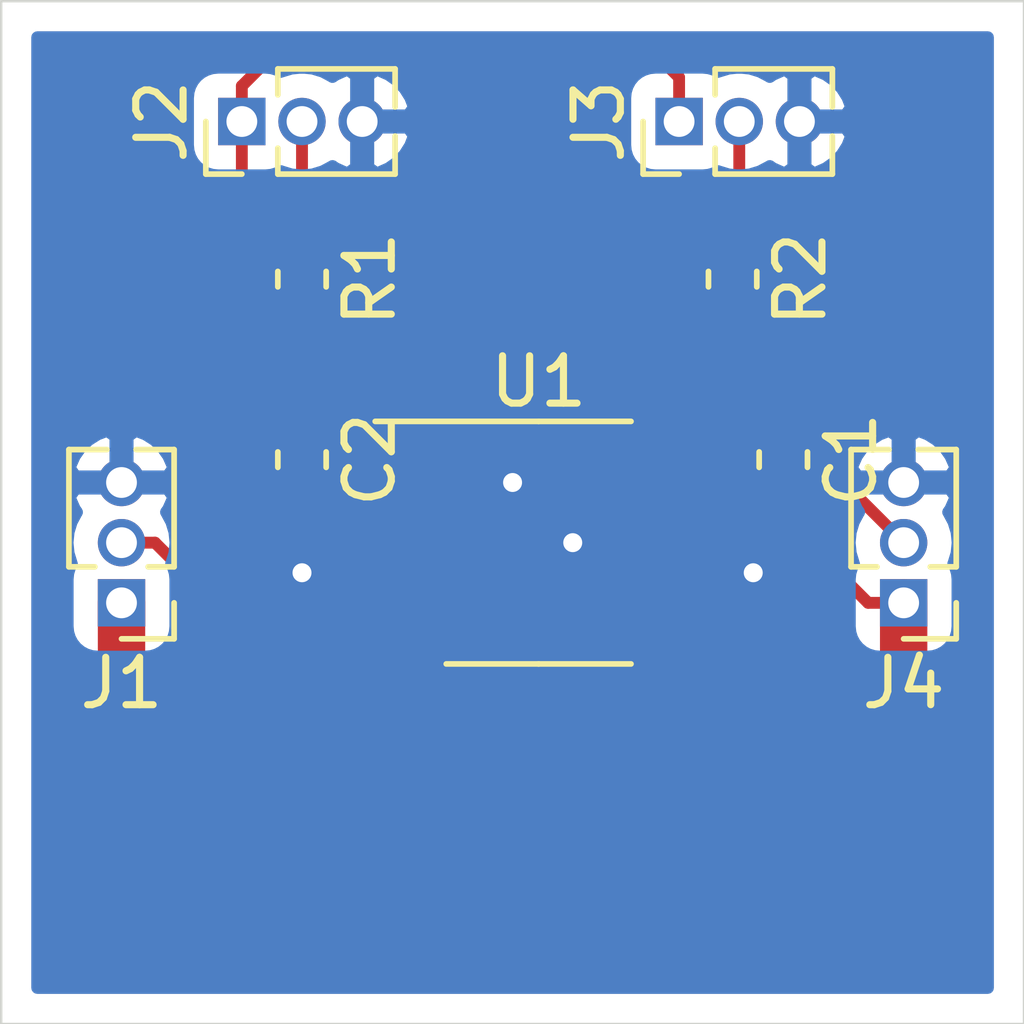
<source format=kicad_pcb>
(kicad_pcb (version 20171130) (host pcbnew 5.1.2)

  (general
    (thickness 1.6)
    (drawings 4)
    (tracks 52)
    (zones 0)
    (modules 9)
    (nets 9)
  )

  (page A4)
  (layers
    (0 F.Cu signal)
    (31 B.Cu signal)
    (32 B.Adhes user)
    (33 F.Adhes user)
    (34 B.Paste user)
    (35 F.Paste user)
    (36 B.SilkS user)
    (37 F.SilkS user)
    (38 B.Mask user)
    (39 F.Mask user)
    (40 Dwgs.User user)
    (41 Cmts.User user)
    (42 Eco1.User user)
    (43 Eco2.User user)
    (44 Edge.Cuts user)
    (45 Margin user)
    (46 B.CrtYd user)
    (47 F.CrtYd user)
    (48 B.Fab user)
    (49 F.Fab user)
  )

  (setup
    (last_trace_width 0.25)
    (user_trace_width 1)
    (trace_clearance 0.2)
    (zone_clearance 0.508)
    (zone_45_only no)
    (trace_min 0.2)
    (via_size 0.8)
    (via_drill 0.4)
    (via_min_size 0.4)
    (via_min_drill 0.3)
    (uvia_size 0.3)
    (uvia_drill 0.1)
    (uvias_allowed no)
    (uvia_min_size 0.2)
    (uvia_min_drill 0.1)
    (edge_width 0.05)
    (segment_width 0.2)
    (pcb_text_width 0.3)
    (pcb_text_size 1.5 1.5)
    (mod_edge_width 0.12)
    (mod_text_size 1 1)
    (mod_text_width 0.15)
    (pad_size 1.524 1.524)
    (pad_drill 0.762)
    (pad_to_mask_clearance 0.051)
    (solder_mask_min_width 0.25)
    (aux_axis_origin 0 0)
    (visible_elements FFFFFF7F)
    (pcbplotparams
      (layerselection 0x010fc_ffffffff)
      (usegerberextensions false)
      (usegerberattributes false)
      (usegerberadvancedattributes false)
      (creategerberjobfile false)
      (excludeedgelayer true)
      (linewidth 0.100000)
      (plotframeref false)
      (viasonmask false)
      (mode 1)
      (useauxorigin false)
      (hpglpennumber 1)
      (hpglpenspeed 20)
      (hpglpendiameter 15.000000)
      (psnegative false)
      (psa4output false)
      (plotreference true)
      (plotvalue true)
      (plotinvisibletext false)
      (padsonsilk false)
      (subtractmaskfromsilk false)
      (outputformat 1)
      (mirror false)
      (drillshape 0)
      (scaleselection 1)
      (outputdirectory "mfg/"))
  )

  (net 0 "")
  (net 1 GND)
  (net 2 +24V)
  (net 3 +5V)
  (net 4 /data)
  (net 5 "Net-(U1-Pad5)")
  (net 6 "Net-(U1-Pad4)")
  (net 7 "Net-(J2-Pad2)")
  (net 8 "Net-(J3-Pad2)")

  (net_class Default "This is the default net class."
    (clearance 0.2)
    (trace_width 0.25)
    (via_dia 0.8)
    (via_drill 0.4)
    (uvia_dia 0.3)
    (uvia_drill 0.1)
    (add_net +24V)
    (add_net +5V)
    (add_net /data)
    (add_net GND)
    (add_net "Net-(J2-Pad2)")
    (add_net "Net-(J3-Pad2)")
    (add_net "Net-(U1-Pad4)")
    (add_net "Net-(U1-Pad5)")
  )

  (net_class Power ""
    (clearance 0.2)
    (trace_width 50)
    (via_dia 1.2)
    (via_drill 0.4)
    (uvia_dia 0.3)
    (uvia_drill 0.1)
  )

  (module Connector_PinHeader_1.27mm:PinHeader_1x03_P1.27mm_Vertical (layer F.Cu) (tedit 59FED6E3) (tstamp 5D31EE7E)
    (at -443.23 -621.03 180)
    (descr "Through hole straight pin header, 1x03, 1.27mm pitch, single row")
    (tags "Through hole pin header THT 1x03 1.27mm single row")
    (path /5D323EF2)
    (fp_text reference J4 (at 0 -1.695) (layer F.SilkS)
      (effects (font (size 1 1) (thickness 0.15)))
    )
    (fp_text value Conn_01x03 (at 0 4.235) (layer F.Fab) hide
      (effects (font (size 1 1) (thickness 0.15)))
    )
    (fp_text user %R (at 0 1.27 90) (layer F.Fab)
      (effects (font (size 1 1) (thickness 0.15)))
    )
    (fp_line (start 1.55 -1.15) (end -1.55 -1.15) (layer F.CrtYd) (width 0.05))
    (fp_line (start 1.55 3.7) (end 1.55 -1.15) (layer F.CrtYd) (width 0.05))
    (fp_line (start -1.55 3.7) (end 1.55 3.7) (layer F.CrtYd) (width 0.05))
    (fp_line (start -1.55 -1.15) (end -1.55 3.7) (layer F.CrtYd) (width 0.05))
    (fp_line (start -1.11 -0.76) (end 0 -0.76) (layer F.SilkS) (width 0.12))
    (fp_line (start -1.11 0) (end -1.11 -0.76) (layer F.SilkS) (width 0.12))
    (fp_line (start 0.563471 0.76) (end 1.11 0.76) (layer F.SilkS) (width 0.12))
    (fp_line (start -1.11 0.76) (end -0.563471 0.76) (layer F.SilkS) (width 0.12))
    (fp_line (start 1.11 0.76) (end 1.11 3.235) (layer F.SilkS) (width 0.12))
    (fp_line (start -1.11 0.76) (end -1.11 3.235) (layer F.SilkS) (width 0.12))
    (fp_line (start 0.30753 3.235) (end 1.11 3.235) (layer F.SilkS) (width 0.12))
    (fp_line (start -1.11 3.235) (end -0.30753 3.235) (layer F.SilkS) (width 0.12))
    (fp_line (start -1.05 -0.11) (end -0.525 -0.635) (layer F.Fab) (width 0.1))
    (fp_line (start -1.05 3.175) (end -1.05 -0.11) (layer F.Fab) (width 0.1))
    (fp_line (start 1.05 3.175) (end -1.05 3.175) (layer F.Fab) (width 0.1))
    (fp_line (start 1.05 -0.635) (end 1.05 3.175) (layer F.Fab) (width 0.1))
    (fp_line (start -0.525 -0.635) (end 1.05 -0.635) (layer F.Fab) (width 0.1))
    (pad 3 thru_hole oval (at 0 2.54 180) (size 1 1) (drill 0.65) (layers *.Cu *.Mask)
      (net 1 GND))
    (pad 2 thru_hole oval (at 0 1.27 180) (size 1 1) (drill 0.65) (layers *.Cu *.Mask)
      (net 4 /data))
    (pad 1 thru_hole rect (at 0 0 180) (size 1 1) (drill 0.65) (layers *.Cu *.Mask)
      (net 2 +24V))
    (model ${KISYS3DMOD}/Connector_PinHeader_1.27mm.3dshapes/PinHeader_1x03_P1.27mm_Vertical.wrl
      (at (xyz 0 0 0))
      (scale (xyz 1 1 1))
      (rotate (xyz 0 0 0))
    )
  )

  (module Package_SO:SOIC-8_3.9x4.9mm_P1.27mm (layer F.Cu) (tedit 5C97300E) (tstamp 5D31F88C)
    (at -450.934999 -622.3)
    (descr "SOIC, 8 Pin (JEDEC MS-012AA, https://www.analog.com/media/en/package-pcb-resources/package/pkg_pdf/soic_narrow-r/r_8.pdf), generated with kicad-footprint-generator ipc_gullwing_generator.py")
    (tags "SOIC SO")
    (path /5D31E739)
    (attr smd)
    (fp_text reference U1 (at 0 -3.4) (layer F.SilkS)
      (effects (font (size 1 1) (thickness 0.15)))
    )
    (fp_text value L78L05_SO8 (at 0 3.4) (layer F.Fab) hide
      (effects (font (size 1 1) (thickness 0.15)))
    )
    (fp_text user %R (at 0 0) (layer F.Fab) hide
      (effects (font (size 0.98 0.98) (thickness 0.15)))
    )
    (fp_line (start 3.7 -2.7) (end -3.7 -2.7) (layer F.CrtYd) (width 0.05))
    (fp_line (start 3.7 2.7) (end 3.7 -2.7) (layer F.CrtYd) (width 0.05))
    (fp_line (start -3.7 2.7) (end 3.7 2.7) (layer F.CrtYd) (width 0.05))
    (fp_line (start -3.7 -2.7) (end -3.7 2.7) (layer F.CrtYd) (width 0.05))
    (fp_line (start -1.95 -1.475) (end -0.975 -2.45) (layer F.Fab) (width 0.1))
    (fp_line (start -1.95 2.45) (end -1.95 -1.475) (layer F.Fab) (width 0.1))
    (fp_line (start 1.95 2.45) (end -1.95 2.45) (layer F.Fab) (width 0.1))
    (fp_line (start 1.95 -2.45) (end 1.95 2.45) (layer F.Fab) (width 0.1))
    (fp_line (start -0.975 -2.45) (end 1.95 -2.45) (layer F.Fab) (width 0.1))
    (fp_line (start 0 -2.56) (end -3.45 -2.56) (layer F.SilkS) (width 0.12))
    (fp_line (start 0 -2.56) (end 1.95 -2.56) (layer F.SilkS) (width 0.12))
    (fp_line (start 0 2.56) (end -1.95 2.56) (layer F.SilkS) (width 0.12))
    (fp_line (start 0 2.56) (end 1.95 2.56) (layer F.SilkS) (width 0.12))
    (pad 8 smd roundrect (at 2.475 -1.905) (size 1.95 0.6) (layers F.Cu F.Paste F.Mask) (roundrect_rratio 0.25)
      (net 2 +24V))
    (pad 7 smd roundrect (at 2.475 -0.635) (size 1.95 0.6) (layers F.Cu F.Paste F.Mask) (roundrect_rratio 0.25)
      (net 1 GND))
    (pad 6 smd roundrect (at 2.475 0.635) (size 1.95 0.6) (layers F.Cu F.Paste F.Mask) (roundrect_rratio 0.25)
      (net 1 GND))
    (pad 5 smd roundrect (at 2.475 1.905) (size 1.95 0.6) (layers F.Cu F.Paste F.Mask) (roundrect_rratio 0.25)
      (net 5 "Net-(U1-Pad5)"))
    (pad 4 smd roundrect (at -2.475 1.905) (size 1.95 0.6) (layers F.Cu F.Paste F.Mask) (roundrect_rratio 0.25)
      (net 6 "Net-(U1-Pad4)"))
    (pad 3 smd roundrect (at -2.475 0.635) (size 1.95 0.6) (layers F.Cu F.Paste F.Mask) (roundrect_rratio 0.25)
      (net 1 GND))
    (pad 2 smd roundrect (at -2.475 -0.635) (size 1.95 0.6) (layers F.Cu F.Paste F.Mask) (roundrect_rratio 0.25)
      (net 1 GND))
    (pad 1 smd roundrect (at -2.475 -1.905) (size 1.95 0.6) (layers F.Cu F.Paste F.Mask) (roundrect_rratio 0.25)
      (net 3 +5V))
    (model ${KISYS3DMOD}/Package_SO.3dshapes/SOIC-8_3.9x4.9mm_P1.27mm.wrl
      (at (xyz 0 0 0))
      (scale (xyz 1 1 1))
      (rotate (xyz 0 0 0))
    )
  )

  (module Resistor_SMD:R_0603_1608Metric (layer F.Cu) (tedit 5B301BBD) (tstamp 5D31FAE6)
    (at -446.84 -627.8625 270)
    (descr "Resistor SMD 0603 (1608 Metric), square (rectangular) end terminal, IPC_7351 nominal, (Body size source: http://www.tortai-tech.com/upload/download/2011102023233369053.pdf), generated with kicad-footprint-generator")
    (tags resistor)
    (path /5D32E998)
    (attr smd)
    (fp_text reference R2 (at 0 -1.43 90) (layer F.SilkS)
      (effects (font (size 1 1) (thickness 0.15)))
    )
    (fp_text value 1K (at 0 1.43 90) (layer F.Fab) hide
      (effects (font (size 1 1) (thickness 0.15)))
    )
    (fp_text user %R (at 0 0 90) (layer F.Fab)
      (effects (font (size 0.4 0.4) (thickness 0.06)))
    )
    (fp_line (start 1.48 0.73) (end -1.48 0.73) (layer F.CrtYd) (width 0.05))
    (fp_line (start 1.48 -0.73) (end 1.48 0.73) (layer F.CrtYd) (width 0.05))
    (fp_line (start -1.48 -0.73) (end 1.48 -0.73) (layer F.CrtYd) (width 0.05))
    (fp_line (start -1.48 0.73) (end -1.48 -0.73) (layer F.CrtYd) (width 0.05))
    (fp_line (start -0.162779 0.51) (end 0.162779 0.51) (layer F.SilkS) (width 0.12))
    (fp_line (start -0.162779 -0.51) (end 0.162779 -0.51) (layer F.SilkS) (width 0.12))
    (fp_line (start 0.8 0.4) (end -0.8 0.4) (layer F.Fab) (width 0.1))
    (fp_line (start 0.8 -0.4) (end 0.8 0.4) (layer F.Fab) (width 0.1))
    (fp_line (start -0.8 -0.4) (end 0.8 -0.4) (layer F.Fab) (width 0.1))
    (fp_line (start -0.8 0.4) (end -0.8 -0.4) (layer F.Fab) (width 0.1))
    (pad 2 smd roundrect (at 0.7875 0 270) (size 0.875 0.95) (layers F.Cu F.Paste F.Mask) (roundrect_rratio 0.25)
      (net 4 /data))
    (pad 1 smd roundrect (at -0.7875 0 270) (size 0.875 0.95) (layers F.Cu F.Paste F.Mask) (roundrect_rratio 0.25)
      (net 8 "Net-(J3-Pad2)"))
    (model ${KISYS3DMOD}/Resistor_SMD.3dshapes/R_0603_1608Metric.wrl
      (at (xyz 0 0 0))
      (scale (xyz 1 1 1))
      (rotate (xyz 0 0 0))
    )
  )

  (module Resistor_SMD:R_0603_1608Metric (layer F.Cu) (tedit 5B301BBD) (tstamp 5D31F5F0)
    (at -455.93 -627.8625 270)
    (descr "Resistor SMD 0603 (1608 Metric), square (rectangular) end terminal, IPC_7351 nominal, (Body size source: http://www.tortai-tech.com/upload/download/2011102023233369053.pdf), generated with kicad-footprint-generator")
    (tags resistor)
    (path /5D32E11F)
    (attr smd)
    (fp_text reference R1 (at 0 -1.43 90) (layer F.SilkS)
      (effects (font (size 1 1) (thickness 0.15)))
    )
    (fp_text value 1K (at 0 1.43 90) (layer F.Fab) hide
      (effects (font (size 1 1) (thickness 0.15)))
    )
    (fp_text user %R (at 0 0 90) (layer F.Fab)
      (effects (font (size 0.4 0.4) (thickness 0.06)))
    )
    (fp_line (start 1.48 0.73) (end -1.48 0.73) (layer F.CrtYd) (width 0.05))
    (fp_line (start 1.48 -0.73) (end 1.48 0.73) (layer F.CrtYd) (width 0.05))
    (fp_line (start -1.48 -0.73) (end 1.48 -0.73) (layer F.CrtYd) (width 0.05))
    (fp_line (start -1.48 0.73) (end -1.48 -0.73) (layer F.CrtYd) (width 0.05))
    (fp_line (start -0.162779 0.51) (end 0.162779 0.51) (layer F.SilkS) (width 0.12))
    (fp_line (start -0.162779 -0.51) (end 0.162779 -0.51) (layer F.SilkS) (width 0.12))
    (fp_line (start 0.8 0.4) (end -0.8 0.4) (layer F.Fab) (width 0.1))
    (fp_line (start 0.8 -0.4) (end 0.8 0.4) (layer F.Fab) (width 0.1))
    (fp_line (start -0.8 -0.4) (end 0.8 -0.4) (layer F.Fab) (width 0.1))
    (fp_line (start -0.8 0.4) (end -0.8 -0.4) (layer F.Fab) (width 0.1))
    (pad 2 smd roundrect (at 0.7875 0 270) (size 0.875 0.95) (layers F.Cu F.Paste F.Mask) (roundrect_rratio 0.25)
      (net 4 /data))
    (pad 1 smd roundrect (at -0.7875 0 270) (size 0.875 0.95) (layers F.Cu F.Paste F.Mask) (roundrect_rratio 0.25)
      (net 7 "Net-(J2-Pad2)"))
    (model ${KISYS3DMOD}/Resistor_SMD.3dshapes/R_0603_1608Metric.wrl
      (at (xyz 0 0 0))
      (scale (xyz 1 1 1))
      (rotate (xyz 0 0 0))
    )
  )

  (module Connector_PinHeader_1.27mm:PinHeader_1x03_P1.27mm_Vertical (layer F.Cu) (tedit 59FED6E3) (tstamp 5D31F93B)
    (at -447.97 -631.19 90)
    (descr "Through hole straight pin header, 1x03, 1.27mm pitch, single row")
    (tags "Through hole pin header THT 1x03 1.27mm single row")
    (path /5D327365)
    (fp_text reference J3 (at 0 -1.695 90) (layer F.SilkS)
      (effects (font (size 1 1) (thickness 0.15)))
    )
    (fp_text value Conn_01x03 (at 0 4.235 90) (layer F.Fab) hide
      (effects (font (size 1 1) (thickness 0.15)))
    )
    (fp_text user %R (at 0 1.27) (layer F.Fab)
      (effects (font (size 1 1) (thickness 0.15)))
    )
    (fp_line (start 1.55 -1.15) (end -1.55 -1.15) (layer F.CrtYd) (width 0.05))
    (fp_line (start 1.55 3.7) (end 1.55 -1.15) (layer F.CrtYd) (width 0.05))
    (fp_line (start -1.55 3.7) (end 1.55 3.7) (layer F.CrtYd) (width 0.05))
    (fp_line (start -1.55 -1.15) (end -1.55 3.7) (layer F.CrtYd) (width 0.05))
    (fp_line (start -1.11 -0.76) (end 0 -0.76) (layer F.SilkS) (width 0.12))
    (fp_line (start -1.11 0) (end -1.11 -0.76) (layer F.SilkS) (width 0.12))
    (fp_line (start 0.563471 0.76) (end 1.11 0.76) (layer F.SilkS) (width 0.12))
    (fp_line (start -1.11 0.76) (end -0.563471 0.76) (layer F.SilkS) (width 0.12))
    (fp_line (start 1.11 0.76) (end 1.11 3.235) (layer F.SilkS) (width 0.12))
    (fp_line (start -1.11 0.76) (end -1.11 3.235) (layer F.SilkS) (width 0.12))
    (fp_line (start 0.30753 3.235) (end 1.11 3.235) (layer F.SilkS) (width 0.12))
    (fp_line (start -1.11 3.235) (end -0.30753 3.235) (layer F.SilkS) (width 0.12))
    (fp_line (start -1.05 -0.11) (end -0.525 -0.635) (layer F.Fab) (width 0.1))
    (fp_line (start -1.05 3.175) (end -1.05 -0.11) (layer F.Fab) (width 0.1))
    (fp_line (start 1.05 3.175) (end -1.05 3.175) (layer F.Fab) (width 0.1))
    (fp_line (start 1.05 -0.635) (end 1.05 3.175) (layer F.Fab) (width 0.1))
    (fp_line (start -0.525 -0.635) (end 1.05 -0.635) (layer F.Fab) (width 0.1))
    (pad 3 thru_hole oval (at 0 2.54 90) (size 1 1) (drill 0.65) (layers *.Cu *.Mask)
      (net 1 GND))
    (pad 2 thru_hole oval (at 0 1.27 90) (size 1 1) (drill 0.65) (layers *.Cu *.Mask)
      (net 8 "Net-(J3-Pad2)"))
    (pad 1 thru_hole rect (at 0 0 90) (size 1 1) (drill 0.65) (layers *.Cu *.Mask)
      (net 3 +5V))
    (model ${KISYS3DMOD}/Connector_PinHeader_1.27mm.3dshapes/PinHeader_1x03_P1.27mm_Vertical.wrl
      (at (xyz 0 0 0))
      (scale (xyz 1 1 1))
      (rotate (xyz 0 0 0))
    )
  )

  (module Connector_PinHeader_1.27mm:PinHeader_1x03_P1.27mm_Vertical (layer F.Cu) (tedit 59FED6E3) (tstamp 5D31EE4C)
    (at -457.2 -631.19 90)
    (descr "Through hole straight pin header, 1x03, 1.27mm pitch, single row")
    (tags "Through hole pin header THT 1x03 1.27mm single row")
    (path /5D32548C)
    (fp_text reference J2 (at 0 -1.695 90) (layer F.SilkS)
      (effects (font (size 1 1) (thickness 0.15)))
    )
    (fp_text value Conn_01x03 (at 0 4.235 90) (layer F.Fab) hide
      (effects (font (size 1 1) (thickness 0.15)))
    )
    (fp_text user %R (at 0 1.27) (layer F.Fab)
      (effects (font (size 1 1) (thickness 0.15)))
    )
    (fp_line (start 1.55 -1.15) (end -1.55 -1.15) (layer F.CrtYd) (width 0.05))
    (fp_line (start 1.55 3.7) (end 1.55 -1.15) (layer F.CrtYd) (width 0.05))
    (fp_line (start -1.55 3.7) (end 1.55 3.7) (layer F.CrtYd) (width 0.05))
    (fp_line (start -1.55 -1.15) (end -1.55 3.7) (layer F.CrtYd) (width 0.05))
    (fp_line (start -1.11 -0.76) (end 0 -0.76) (layer F.SilkS) (width 0.12))
    (fp_line (start -1.11 0) (end -1.11 -0.76) (layer F.SilkS) (width 0.12))
    (fp_line (start 0.563471 0.76) (end 1.11 0.76) (layer F.SilkS) (width 0.12))
    (fp_line (start -1.11 0.76) (end -0.563471 0.76) (layer F.SilkS) (width 0.12))
    (fp_line (start 1.11 0.76) (end 1.11 3.235) (layer F.SilkS) (width 0.12))
    (fp_line (start -1.11 0.76) (end -1.11 3.235) (layer F.SilkS) (width 0.12))
    (fp_line (start 0.30753 3.235) (end 1.11 3.235) (layer F.SilkS) (width 0.12))
    (fp_line (start -1.11 3.235) (end -0.30753 3.235) (layer F.SilkS) (width 0.12))
    (fp_line (start -1.05 -0.11) (end -0.525 -0.635) (layer F.Fab) (width 0.1))
    (fp_line (start -1.05 3.175) (end -1.05 -0.11) (layer F.Fab) (width 0.1))
    (fp_line (start 1.05 3.175) (end -1.05 3.175) (layer F.Fab) (width 0.1))
    (fp_line (start 1.05 -0.635) (end 1.05 3.175) (layer F.Fab) (width 0.1))
    (fp_line (start -0.525 -0.635) (end 1.05 -0.635) (layer F.Fab) (width 0.1))
    (pad 3 thru_hole oval (at 0 2.54 90) (size 1 1) (drill 0.65) (layers *.Cu *.Mask)
      (net 1 GND))
    (pad 2 thru_hole oval (at 0 1.27 90) (size 1 1) (drill 0.65) (layers *.Cu *.Mask)
      (net 7 "Net-(J2-Pad2)"))
    (pad 1 thru_hole rect (at 0 0 90) (size 1 1) (drill 0.65) (layers *.Cu *.Mask)
      (net 3 +5V))
    (model ${KISYS3DMOD}/Connector_PinHeader_1.27mm.3dshapes/PinHeader_1x03_P1.27mm_Vertical.wrl
      (at (xyz 0 0 0))
      (scale (xyz 1 1 1))
      (rotate (xyz 0 0 0))
    )
  )

  (module Connector_PinHeader_1.27mm:PinHeader_1x03_P1.27mm_Vertical (layer F.Cu) (tedit 59FED6E3) (tstamp 5D31EB61)
    (at -459.74 -621.03 180)
    (descr "Through hole straight pin header, 1x03, 1.27mm pitch, single row")
    (tags "Through hole pin header THT 1x03 1.27mm single row")
    (path /5D321886)
    (fp_text reference J1 (at 0 -1.695) (layer F.SilkS)
      (effects (font (size 1 1) (thickness 0.15)))
    )
    (fp_text value Conn_01x03 (at 0 4.235) (layer F.Fab) hide
      (effects (font (size 1 1) (thickness 0.15)))
    )
    (fp_text user %R (at 0 1.27 90) (layer F.Fab)
      (effects (font (size 1 1) (thickness 0.15)))
    )
    (fp_line (start 1.55 -1.15) (end -1.55 -1.15) (layer F.CrtYd) (width 0.05))
    (fp_line (start 1.55 3.7) (end 1.55 -1.15) (layer F.CrtYd) (width 0.05))
    (fp_line (start -1.55 3.7) (end 1.55 3.7) (layer F.CrtYd) (width 0.05))
    (fp_line (start -1.55 -1.15) (end -1.55 3.7) (layer F.CrtYd) (width 0.05))
    (fp_line (start -1.11 -0.76) (end 0 -0.76) (layer F.SilkS) (width 0.12))
    (fp_line (start -1.11 0) (end -1.11 -0.76) (layer F.SilkS) (width 0.12))
    (fp_line (start 0.563471 0.76) (end 1.11 0.76) (layer F.SilkS) (width 0.12))
    (fp_line (start -1.11 0.76) (end -0.563471 0.76) (layer F.SilkS) (width 0.12))
    (fp_line (start 1.11 0.76) (end 1.11 3.235) (layer F.SilkS) (width 0.12))
    (fp_line (start -1.11 0.76) (end -1.11 3.235) (layer F.SilkS) (width 0.12))
    (fp_line (start 0.30753 3.235) (end 1.11 3.235) (layer F.SilkS) (width 0.12))
    (fp_line (start -1.11 3.235) (end -0.30753 3.235) (layer F.SilkS) (width 0.12))
    (fp_line (start -1.05 -0.11) (end -0.525 -0.635) (layer F.Fab) (width 0.1))
    (fp_line (start -1.05 3.175) (end -1.05 -0.11) (layer F.Fab) (width 0.1))
    (fp_line (start 1.05 3.175) (end -1.05 3.175) (layer F.Fab) (width 0.1))
    (fp_line (start 1.05 -0.635) (end 1.05 3.175) (layer F.Fab) (width 0.1))
    (fp_line (start -0.525 -0.635) (end 1.05 -0.635) (layer F.Fab) (width 0.1))
    (pad 3 thru_hole oval (at 0 2.54 180) (size 1 1) (drill 0.65) (layers *.Cu *.Mask)
      (net 1 GND))
    (pad 2 thru_hole oval (at 0 1.27 180) (size 1 1) (drill 0.65) (layers *.Cu *.Mask)
      (net 4 /data))
    (pad 1 thru_hole rect (at 0 0 180) (size 1 1) (drill 0.65) (layers *.Cu *.Mask)
      (net 2 +24V))
    (model ${KISYS3DMOD}/Connector_PinHeader_1.27mm.3dshapes/PinHeader_1x03_P1.27mm_Vertical.wrl
      (at (xyz 0 0 0))
      (scale (xyz 1 1 1))
      (rotate (xyz 0 0 0))
    )
  )

  (module Capacitor_SMD:C_0603_1608Metric (layer F.Cu) (tedit 5B301BBE) (tstamp 5D31F726)
    (at -455.93 -624.0525 270)
    (descr "Capacitor SMD 0603 (1608 Metric), square (rectangular) end terminal, IPC_7351 nominal, (Body size source: http://www.tortai-tech.com/upload/download/2011102023233369053.pdf), generated with kicad-footprint-generator")
    (tags capacitor)
    (path /5D330CD0)
    (attr smd)
    (fp_text reference C2 (at 0 -1.43 90) (layer F.SilkS)
      (effects (font (size 1 1) (thickness 0.15)))
    )
    (fp_text value 0.1uF (at 0 1.43 90) (layer F.Fab) hide
      (effects (font (size 1 1) (thickness 0.15)))
    )
    (fp_text user %R (at 0 0 90) (layer F.Fab)
      (effects (font (size 0.4 0.4) (thickness 0.06)))
    )
    (fp_line (start 1.48 0.73) (end -1.48 0.73) (layer F.CrtYd) (width 0.05))
    (fp_line (start 1.48 -0.73) (end 1.48 0.73) (layer F.CrtYd) (width 0.05))
    (fp_line (start -1.48 -0.73) (end 1.48 -0.73) (layer F.CrtYd) (width 0.05))
    (fp_line (start -1.48 0.73) (end -1.48 -0.73) (layer F.CrtYd) (width 0.05))
    (fp_line (start -0.162779 0.51) (end 0.162779 0.51) (layer F.SilkS) (width 0.12))
    (fp_line (start -0.162779 -0.51) (end 0.162779 -0.51) (layer F.SilkS) (width 0.12))
    (fp_line (start 0.8 0.4) (end -0.8 0.4) (layer F.Fab) (width 0.1))
    (fp_line (start 0.8 -0.4) (end 0.8 0.4) (layer F.Fab) (width 0.1))
    (fp_line (start -0.8 -0.4) (end 0.8 -0.4) (layer F.Fab) (width 0.1))
    (fp_line (start -0.8 0.4) (end -0.8 -0.4) (layer F.Fab) (width 0.1))
    (pad 2 smd roundrect (at 0.7875 0 270) (size 0.875 0.95) (layers F.Cu F.Paste F.Mask) (roundrect_rratio 0.25)
      (net 1 GND))
    (pad 1 smd roundrect (at -0.7875 0 270) (size 0.875 0.95) (layers F.Cu F.Paste F.Mask) (roundrect_rratio 0.25)
      (net 3 +5V))
    (model ${KISYS3DMOD}/Capacitor_SMD.3dshapes/C_0603_1608Metric.wrl
      (at (xyz 0 0 0))
      (scale (xyz 1 1 1))
      (rotate (xyz 0 0 0))
    )
  )

  (module Capacitor_SMD:C_0603_1608Metric (layer F.Cu) (tedit 5B301BBE) (tstamp 5D31EB37)
    (at -445.77 -624.0525 270)
    (descr "Capacitor SMD 0603 (1608 Metric), square (rectangular) end terminal, IPC_7351 nominal, (Body size source: http://www.tortai-tech.com/upload/download/2011102023233369053.pdf), generated with kicad-footprint-generator")
    (tags capacitor)
    (path /5D330621)
    (attr smd)
    (fp_text reference C1 (at 0 -1.43 90) (layer F.SilkS)
      (effects (font (size 1 1) (thickness 0.15)))
    )
    (fp_text value 0.1uF (at 0 1.43 90) (layer F.Fab) hide
      (effects (font (size 1 1) (thickness 0.15)))
    )
    (fp_text user %R (at 0 0 270) (layer F.Fab)
      (effects (font (size 0.4 0.4) (thickness 0.06)))
    )
    (fp_line (start 1.48 0.73) (end -1.48 0.73) (layer F.CrtYd) (width 0.05))
    (fp_line (start 1.48 -0.73) (end 1.48 0.73) (layer F.CrtYd) (width 0.05))
    (fp_line (start -1.48 -0.73) (end 1.48 -0.73) (layer F.CrtYd) (width 0.05))
    (fp_line (start -1.48 0.73) (end -1.48 -0.73) (layer F.CrtYd) (width 0.05))
    (fp_line (start -0.162779 0.51) (end 0.162779 0.51) (layer F.SilkS) (width 0.12))
    (fp_line (start -0.162779 -0.51) (end 0.162779 -0.51) (layer F.SilkS) (width 0.12))
    (fp_line (start 0.8 0.4) (end -0.8 0.4) (layer F.Fab) (width 0.1))
    (fp_line (start 0.8 -0.4) (end 0.8 0.4) (layer F.Fab) (width 0.1))
    (fp_line (start -0.8 -0.4) (end 0.8 -0.4) (layer F.Fab) (width 0.1))
    (fp_line (start -0.8 0.4) (end -0.8 -0.4) (layer F.Fab) (width 0.1))
    (pad 2 smd roundrect (at 0.7875 0 270) (size 0.875 0.95) (layers F.Cu F.Paste F.Mask) (roundrect_rratio 0.25)
      (net 1 GND))
    (pad 1 smd roundrect (at -0.7875 0 270) (size 0.875 0.95) (layers F.Cu F.Paste F.Mask) (roundrect_rratio 0.25)
      (net 2 +24V))
    (model ${KISYS3DMOD}/Capacitor_SMD.3dshapes/C_0603_1608Metric.wrl
      (at (xyz 0 0 0))
      (scale (xyz 1 1 1))
      (rotate (xyz 0 0 0))
    )
  )

  (gr_line (start -462.28 -633.73) (end -462.28 -612.14) (layer Edge.Cuts) (width 0.05) (tstamp 5D31F7A8))
  (gr_line (start -440.69 -633.73) (end -462.28 -633.73) (layer Edge.Cuts) (width 0.05))
  (gr_line (start -440.69 -612.14) (end -440.69 -633.73) (layer Edge.Cuts) (width 0.05))
  (gr_line (start -462.28 -612.14) (end -440.69 -612.14) (layer Edge.Cuts) (width 0.05))

  (segment (start -455.6 -622.935) (end -455.93 -623.265) (width 0.25) (layer F.Cu) (net 1))
  (segment (start -453.409999 -622.935) (end -455.6 -622.935) (width 0.25) (layer F.Cu) (net 1))
  (segment (start -446.1 -622.935) (end -445.77 -623.265) (width 0.25) (layer F.Cu) (net 1))
  (segment (start -448.459999 -622.935) (end -446.1 -622.935) (width 0.25) (layer F.Cu) (net 1))
  (segment (start -453.409999 -621.665) (end -455.93 -621.665) (width 0.25) (layer F.Cu) (net 1))
  (via (at -455.93 -621.665) (size 0.8) (drill 0.4) (layers F.Cu B.Cu) (net 1))
  (segment (start -448.459999 -621.665) (end -446.405 -621.665) (width 0.25) (layer F.Cu) (net 1))
  (via (at -446.405 -621.665) (size 0.8) (drill 0.4) (layers F.Cu B.Cu) (net 1))
  (segment (start -453.409999 -622.935) (end -452.12 -622.935) (width 0.25) (layer F.Cu) (net 1))
  (via (at -451.485 -623.57) (size 0.8) (drill 0.4) (layers F.Cu B.Cu) (net 1))
  (segment (start -452.12 -622.935) (end -451.485 -623.57) (width 0.25) (layer F.Cu) (net 1))
  (segment (start -448.459999 -622.935) (end -449.58 -622.935) (width 0.25) (layer F.Cu) (net 1))
  (segment (start -449.58 -622.935) (end -450.215 -622.3) (width 0.25) (layer F.Cu) (net 1))
  (via (at -450.215 -622.3) (size 0.8) (drill 0.4) (layers F.Cu B.Cu) (net 1))
  (segment (start -457.43 -617.22) (end -459.74 -619.53) (width 1) (layer F.Cu) (net 2))
  (segment (start -459.74 -619.53) (end -459.74 -621.03) (width 1) (layer F.Cu) (net 2))
  (segment (start -445.54 -617.22) (end -457.43 -617.22) (width 1) (layer F.Cu) (net 2))
  (segment (start -443.23 -619.53) (end -445.54 -617.22) (width 1) (layer F.Cu) (net 2))
  (segment (start -443.23 -621.03) (end -443.23 -619.53) (width 1) (layer F.Cu) (net 2))
  (segment (start -444.96999 -622.01999) (end -444.96999 -624.03999) (width 0.25) (layer F.Cu) (net 2))
  (segment (start -443.23 -621.03) (end -443.98 -621.03) (width 0.25) (layer F.Cu) (net 2))
  (segment (start -443.98 -621.03) (end -444.96999 -622.01999) (width 0.25) (layer F.Cu) (net 2))
  (segment (start -444.96999 -624.03999) (end -445.77 -624.84) (width 0.25) (layer F.Cu) (net 2))
  (segment (start -448.459999 -624.205) (end -447.824999 -624.84) (width 0.25) (layer F.Cu) (net 2))
  (segment (start -447.824999 -624.84) (end -446.405 -624.84) (width 0.25) (layer F.Cu) (net 2))
  (segment (start -446.405 -624.84) (end -445.77 -624.84) (width 0.25) (layer F.Cu) (net 2))
  (segment (start -455.295 -624.205) (end -455.93 -624.84) (width 0.25) (layer F.Cu) (net 3))
  (segment (start -453.409999 -624.205) (end -455.295 -624.205) (width 0.25) (layer F.Cu) (net 3))
  (segment (start -447.97 -631.19) (end -447.97 -632.12) (width 0.25) (layer F.Cu) (net 3))
  (segment (start -447.97 -632.12) (end -448.31 -632.46) (width 0.25) (layer F.Cu) (net 3))
  (segment (start -457.2 -631.94) (end -457.2 -631.19) (width 0.25) (layer F.Cu) (net 3))
  (segment (start -456.68 -632.46) (end -457.2 -631.94) (width 0.25) (layer F.Cu) (net 3))
  (segment (start -448.31 -632.46) (end -456.68 -632.46) (width 0.25) (layer F.Cu) (net 3))
  (segment (start -455.93 -624.84) (end -456.565 -624.84) (width 0.25) (layer F.Cu) (net 3))
  (segment (start -457.2 -625.475) (end -457.2 -631.19) (width 0.25) (layer F.Cu) (net 3))
  (segment (start -456.565 -624.84) (end -457.2 -625.475) (width 0.25) (layer F.Cu) (net 3))
  (segment (start -444.83 -627.075) (end -446.84 -627.075) (width 0.25) (layer F.Cu) (net 4))
  (segment (start -443.23 -622.3) (end -444.5 -623.57) (width 0.25) (layer F.Cu) (net 4))
  (segment (start -444.5 -626.745) (end -444.83 -627.075) (width 0.25) (layer F.Cu) (net 4))
  (segment (start -444.5 -623.57) (end -444.5 -626.745) (width 0.25) (layer F.Cu) (net 4))
  (segment (start -459.032894 -622.3) (end -455.93 -619.197106) (width 0.25) (layer F.Cu) (net 4))
  (segment (start -459.74 -622.3) (end -459.032894 -622.3) (width 0.25) (layer F.Cu) (net 4))
  (segment (start -455.93 -619.197106) (end -452.047894 -619.197106) (width 0.25) (layer F.Cu) (net 4))
  (segment (start -452.047894 -619.197106) (end -451.485 -619.76) (width 0.25) (layer F.Cu) (net 4))
  (segment (start -451.485 -619.76) (end -451.485 -622.3) (width 0.25) (layer F.Cu) (net 4))
  (segment (start -450.545 -623.24) (end -450.545 -627.075) (width 0.25) (layer F.Cu) (net 4))
  (segment (start -455.93 -627.075) (end -450.545 -627.075) (width 0.25) (layer F.Cu) (net 4))
  (segment (start -451.485 -622.3) (end -450.545 -623.24) (width 0.25) (layer F.Cu) (net 4))
  (segment (start -450.545 -627.075) (end -446.84 -627.075) (width 0.25) (layer F.Cu) (net 4))
  (segment (start -455.93 -631.19) (end -455.93 -628.65) (width 0.25) (layer F.Cu) (net 7))
  (segment (start -446.7 -628.79) (end -446.84 -628.65) (width 0.25) (layer F.Cu) (net 8))
  (segment (start -446.7 -631.19) (end -446.7 -628.79) (width 0.25) (layer F.Cu) (net 8))

  (zone (net 1) (net_name GND) (layer B.Cu) (tstamp 5D322429) (hatch edge 0.508)
    (connect_pads (clearance 0.508))
    (min_thickness 0.254)
    (fill yes (arc_segments 32) (thermal_gap 0.508) (thermal_bridge_width 0.508))
    (polygon
      (pts
        (xy -461.645 -633.095) (xy -461.645 -612.775) (xy -441.325 -612.775) (xy -441.325 -633.095)
      )
    )
    (filled_polygon
      (pts
        (xy -441.452 -612.902) (xy -461.518 -612.902) (xy -461.518 -622.3) (xy -460.880491 -622.3) (xy -460.858577 -622.077501)
        (xy -460.793676 -621.863553) (xy -460.787703 -621.852379) (xy -460.829502 -621.77418) (xy -460.865812 -621.654482) (xy -460.878072 -621.53)
        (xy -460.878072 -620.53) (xy -460.865812 -620.405518) (xy -460.829502 -620.28582) (xy -460.770537 -620.175506) (xy -460.691185 -620.078815)
        (xy -460.594494 -619.999463) (xy -460.48418 -619.940498) (xy -460.364482 -619.904188) (xy -460.24 -619.891928) (xy -459.24 -619.891928)
        (xy -459.115518 -619.904188) (xy -458.99582 -619.940498) (xy -458.885506 -619.999463) (xy -458.788815 -620.078815) (xy -458.709463 -620.175506)
        (xy -458.650498 -620.28582) (xy -458.614188 -620.405518) (xy -458.601928 -620.53) (xy -458.601928 -621.53) (xy -458.614188 -621.654482)
        (xy -458.650498 -621.77418) (xy -458.692297 -621.852379) (xy -458.686324 -621.863553) (xy -458.621423 -622.077501) (xy -458.599509 -622.3)
        (xy -444.370491 -622.3) (xy -444.348577 -622.077501) (xy -444.283676 -621.863553) (xy -444.277703 -621.852379) (xy -444.319502 -621.77418)
        (xy -444.355812 -621.654482) (xy -444.368072 -621.53) (xy -444.368072 -620.53) (xy -444.355812 -620.405518) (xy -444.319502 -620.28582)
        (xy -444.260537 -620.175506) (xy -444.181185 -620.078815) (xy -444.084494 -619.999463) (xy -443.97418 -619.940498) (xy -443.854482 -619.904188)
        (xy -443.73 -619.891928) (xy -442.73 -619.891928) (xy -442.605518 -619.904188) (xy -442.48582 -619.940498) (xy -442.375506 -619.999463)
        (xy -442.278815 -620.078815) (xy -442.199463 -620.175506) (xy -442.140498 -620.28582) (xy -442.104188 -620.405518) (xy -442.091928 -620.53)
        (xy -442.091928 -621.53) (xy -442.104188 -621.654482) (xy -442.140498 -621.77418) (xy -442.182297 -621.852379) (xy -442.176324 -621.863553)
        (xy -442.111423 -622.077501) (xy -442.089509 -622.3) (xy -442.111423 -622.522499) (xy -442.176324 -622.736447) (xy -442.281716 -622.933623)
        (xy -442.289726 -622.943383) (xy -442.242877 -623.009794) (xy -442.152554 -623.213136) (xy -442.135881 -623.268126) (xy -442.262046 -623.443)
        (xy -443.103 -623.443) (xy -443.103 -623.427983) (xy -443.174248 -623.435) (xy -443.285752 -623.435) (xy -443.357 -623.427983)
        (xy -443.357 -623.443) (xy -444.197954 -623.443) (xy -444.324119 -623.268126) (xy -444.307446 -623.213136) (xy -444.217123 -623.009794)
        (xy -444.170274 -622.943383) (xy -444.178284 -622.933623) (xy -444.283676 -622.736447) (xy -444.348577 -622.522499) (xy -444.370491 -622.3)
        (xy -458.599509 -622.3) (xy -458.621423 -622.522499) (xy -458.686324 -622.736447) (xy -458.791716 -622.933623) (xy -458.799726 -622.943383)
        (xy -458.752877 -623.009794) (xy -458.662554 -623.213136) (xy -458.645881 -623.268126) (xy -458.772046 -623.443) (xy -459.613 -623.443)
        (xy -459.613 -623.427983) (xy -459.684248 -623.435) (xy -459.795752 -623.435) (xy -459.867 -623.427983) (xy -459.867 -623.443)
        (xy -460.707954 -623.443) (xy -460.834119 -623.268126) (xy -460.817446 -623.213136) (xy -460.727123 -623.009794) (xy -460.680274 -622.943383)
        (xy -460.688284 -622.933623) (xy -460.793676 -622.736447) (xy -460.858577 -622.522499) (xy -460.880491 -622.3) (xy -461.518 -622.3)
        (xy -461.518 -623.871874) (xy -460.834119 -623.871874) (xy -460.707954 -623.697) (xy -459.867 -623.697) (xy -459.867 -624.539129)
        (xy -459.613 -624.539129) (xy -459.613 -623.697) (xy -458.772046 -623.697) (xy -458.645881 -623.871874) (xy -444.324119 -623.871874)
        (xy -444.197954 -623.697) (xy -443.357 -623.697) (xy -443.357 -624.539129) (xy -443.103 -624.539129) (xy -443.103 -623.697)
        (xy -442.262046 -623.697) (xy -442.135881 -623.871874) (xy -442.152554 -623.926864) (xy -442.242877 -624.130206) (xy -442.371135 -624.31202)
        (xy -442.532399 -624.465318) (xy -442.720471 -624.58421) (xy -442.928124 -624.664126) (xy -443.103 -624.539129) (xy -443.357 -624.539129)
        (xy -443.531876 -624.664126) (xy -443.739529 -624.58421) (xy -443.927601 -624.465318) (xy -444.088865 -624.31202) (xy -444.217123 -624.130206)
        (xy -444.307446 -623.926864) (xy -444.324119 -623.871874) (xy -458.645881 -623.871874) (xy -458.662554 -623.926864) (xy -458.752877 -624.130206)
        (xy -458.881135 -624.31202) (xy -459.042399 -624.465318) (xy -459.230471 -624.58421) (xy -459.438124 -624.664126) (xy -459.613 -624.539129)
        (xy -459.867 -624.539129) (xy -460.041876 -624.664126) (xy -460.249529 -624.58421) (xy -460.437601 -624.465318) (xy -460.598865 -624.31202)
        (xy -460.727123 -624.130206) (xy -460.817446 -623.926864) (xy -460.834119 -623.871874) (xy -461.518 -623.871874) (xy -461.518 -631.69)
        (xy -458.338072 -631.69) (xy -458.338072 -630.69) (xy -458.325812 -630.565518) (xy -458.289502 -630.44582) (xy -458.230537 -630.335506)
        (xy -458.151185 -630.238815) (xy -458.054494 -630.159463) (xy -457.94418 -630.100498) (xy -457.824482 -630.064188) (xy -457.7 -630.051928)
        (xy -456.7 -630.051928) (xy -456.575518 -630.064188) (xy -456.45582 -630.100498) (xy -456.377621 -630.142297) (xy -456.366447 -630.136324)
        (xy -456.152499 -630.071423) (xy -455.985752 -630.055) (xy -455.874248 -630.055) (xy -455.707501 -630.071423) (xy -455.493553 -630.136324)
        (xy -455.296377 -630.241716) (xy -455.286617 -630.249726) (xy -455.220206 -630.202877) (xy -455.016864 -630.112554) (xy -454.961874 -630.095881)
        (xy -454.787 -630.222046) (xy -454.787 -631.063) (xy -454.533 -631.063) (xy -454.533 -630.222046) (xy -454.358126 -630.095881)
        (xy -454.303136 -630.112554) (xy -454.099794 -630.202877) (xy -453.91798 -630.331135) (xy -453.764682 -630.492399) (xy -453.64579 -630.680471)
        (xy -453.565874 -630.888124) (xy -453.690871 -631.063) (xy -454.533 -631.063) (xy -454.787 -631.063) (xy -454.802017 -631.063)
        (xy -454.789509 -631.19) (xy -454.802017 -631.317) (xy -454.787 -631.317) (xy -454.787 -632.157954) (xy -454.533 -632.157954)
        (xy -454.533 -631.317) (xy -453.690871 -631.317) (xy -453.565874 -631.491876) (xy -453.642122 -631.69) (xy -449.108072 -631.69)
        (xy -449.108072 -630.69) (xy -449.095812 -630.565518) (xy -449.059502 -630.44582) (xy -449.000537 -630.335506) (xy -448.921185 -630.238815)
        (xy -448.824494 -630.159463) (xy -448.71418 -630.100498) (xy -448.594482 -630.064188) (xy -448.47 -630.051928) (xy -447.47 -630.051928)
        (xy -447.345518 -630.064188) (xy -447.22582 -630.100498) (xy -447.147621 -630.142297) (xy -447.136447 -630.136324) (xy -446.922499 -630.071423)
        (xy -446.755752 -630.055) (xy -446.644248 -630.055) (xy -446.477501 -630.071423) (xy -446.263553 -630.136324) (xy -446.066377 -630.241716)
        (xy -446.056617 -630.249726) (xy -445.990206 -630.202877) (xy -445.786864 -630.112554) (xy -445.731874 -630.095881) (xy -445.557 -630.222046)
        (xy -445.557 -631.063) (xy -445.303 -631.063) (xy -445.303 -630.222046) (xy -445.128126 -630.095881) (xy -445.073136 -630.112554)
        (xy -444.869794 -630.202877) (xy -444.68798 -630.331135) (xy -444.534682 -630.492399) (xy -444.41579 -630.680471) (xy -444.335874 -630.888124)
        (xy -444.460871 -631.063) (xy -445.303 -631.063) (xy -445.557 -631.063) (xy -445.572017 -631.063) (xy -445.559509 -631.19)
        (xy -445.572017 -631.317) (xy -445.557 -631.317) (xy -445.557 -632.157954) (xy -445.303 -632.157954) (xy -445.303 -631.317)
        (xy -444.460871 -631.317) (xy -444.335874 -631.491876) (xy -444.41579 -631.699529) (xy -444.534682 -631.887601) (xy -444.68798 -632.048865)
        (xy -444.869794 -632.177123) (xy -445.073136 -632.267446) (xy -445.128126 -632.284119) (xy -445.303 -632.157954) (xy -445.557 -632.157954)
        (xy -445.731874 -632.284119) (xy -445.786864 -632.267446) (xy -445.990206 -632.177123) (xy -446.056617 -632.130274) (xy -446.066377 -632.138284)
        (xy -446.263553 -632.243676) (xy -446.477501 -632.308577) (xy -446.644248 -632.325) (xy -446.755752 -632.325) (xy -446.922499 -632.308577)
        (xy -447.136447 -632.243676) (xy -447.147621 -632.237703) (xy -447.22582 -632.279502) (xy -447.345518 -632.315812) (xy -447.47 -632.328072)
        (xy -448.47 -632.328072) (xy -448.594482 -632.315812) (xy -448.71418 -632.279502) (xy -448.824494 -632.220537) (xy -448.921185 -632.141185)
        (xy -449.000537 -632.044494) (xy -449.059502 -631.93418) (xy -449.095812 -631.814482) (xy -449.108072 -631.69) (xy -453.642122 -631.69)
        (xy -453.64579 -631.699529) (xy -453.764682 -631.887601) (xy -453.91798 -632.048865) (xy -454.099794 -632.177123) (xy -454.303136 -632.267446)
        (xy -454.358126 -632.284119) (xy -454.533 -632.157954) (xy -454.787 -632.157954) (xy -454.961874 -632.284119) (xy -455.016864 -632.267446)
        (xy -455.220206 -632.177123) (xy -455.286617 -632.130274) (xy -455.296377 -632.138284) (xy -455.493553 -632.243676) (xy -455.707501 -632.308577)
        (xy -455.874248 -632.325) (xy -455.985752 -632.325) (xy -456.152499 -632.308577) (xy -456.366447 -632.243676) (xy -456.377621 -632.237703)
        (xy -456.45582 -632.279502) (xy -456.575518 -632.315812) (xy -456.7 -632.328072) (xy -457.7 -632.328072) (xy -457.824482 -632.315812)
        (xy -457.94418 -632.279502) (xy -458.054494 -632.220537) (xy -458.151185 -632.141185) (xy -458.230537 -632.044494) (xy -458.289502 -631.93418)
        (xy -458.325812 -631.814482) (xy -458.338072 -631.69) (xy -461.518 -631.69) (xy -461.518 -632.968) (xy -441.452 -632.968)
      )
    )
  )
)

</source>
